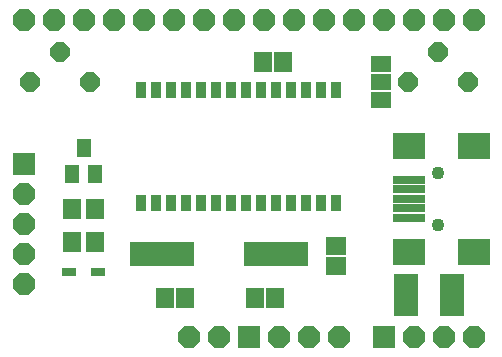
<source format=gts>
G75*
G70*
%OFA0B0*%
%FSLAX24Y24*%
%IPPOS*%
%LPD*%
%AMOC8*
5,1,8,0,0,1.08239X$1,22.5*
%
%ADD10R,0.1064X0.0277*%
%ADD11R,0.1064X0.0867*%
%ADD12C,0.0434*%
%ADD13R,0.0592X0.0671*%
%ADD14R,0.2180X0.0840*%
%ADD15R,0.0671X0.0592*%
%ADD16OC8,0.0720*%
%ADD17R,0.0474X0.0631*%
%ADD18R,0.0592X0.0710*%
%ADD19OC8,0.0640*%
%ADD20R,0.0720X0.0720*%
%ADD21R,0.0380X0.0580*%
%ADD22R,0.0493X0.0277*%
%ADD23R,0.0828X0.1419*%
%ADD24R,0.0710X0.0540*%
D10*
X014002Y004881D03*
X014002Y005196D03*
X014002Y005511D03*
X014002Y005826D03*
X014002Y006141D03*
D11*
X014002Y007283D03*
X016167Y007283D03*
X016167Y003740D03*
X014002Y003740D03*
D12*
X014986Y004645D03*
X014986Y006377D03*
D13*
X009796Y010061D03*
X009127Y010061D03*
X003535Y004061D03*
X002787Y004061D03*
X005877Y002211D03*
X006546Y002211D03*
X008877Y002211D03*
X009546Y002211D03*
D14*
X009561Y003661D03*
X005761Y003661D03*
D15*
X011561Y003946D03*
X011561Y003277D03*
D16*
X001161Y002661D03*
X001161Y003661D03*
X001161Y004661D03*
X001161Y005661D03*
X006661Y000911D03*
X007661Y000911D03*
X009661Y000911D03*
X010661Y000911D03*
X011661Y000911D03*
X014161Y000911D03*
X015161Y000911D03*
X016161Y000911D03*
X016161Y011461D03*
X015161Y011461D03*
X014161Y011461D03*
X013161Y011461D03*
X012161Y011461D03*
X011161Y011461D03*
X010161Y011461D03*
X009161Y011461D03*
X008161Y011461D03*
X007161Y011461D03*
X006161Y011461D03*
X005161Y011461D03*
X004161Y011461D03*
X003161Y011461D03*
X002161Y011461D03*
X001161Y011461D03*
D17*
X003161Y007194D03*
X002787Y006328D03*
X003535Y006328D03*
D18*
X003535Y005161D03*
X002787Y005161D03*
D19*
X003361Y009411D03*
X002361Y010411D03*
X001361Y009411D03*
X013961Y009411D03*
X014961Y010411D03*
X015961Y009411D03*
D20*
X013161Y000911D03*
X008661Y000911D03*
X001161Y006661D03*
D21*
X005061Y005379D03*
X005561Y005379D03*
X006061Y005379D03*
X006561Y005379D03*
X007061Y005379D03*
X007561Y005379D03*
X008061Y005379D03*
X008561Y005379D03*
X009061Y005379D03*
X009561Y005379D03*
X010061Y005379D03*
X010561Y005379D03*
X011061Y005379D03*
X011561Y005379D03*
X011561Y009143D03*
X011061Y009143D03*
X010561Y009143D03*
X010061Y009143D03*
X009561Y009143D03*
X009061Y009143D03*
X008561Y009143D03*
X008061Y009143D03*
X007561Y009143D03*
X007061Y009143D03*
X006561Y009143D03*
X006061Y009143D03*
X005561Y009143D03*
X005061Y009143D03*
D22*
X003634Y003061D03*
X002689Y003061D03*
D23*
X013894Y002311D03*
X015429Y002311D03*
D24*
X013061Y008811D03*
X013061Y009411D03*
X013061Y010011D03*
M02*

</source>
